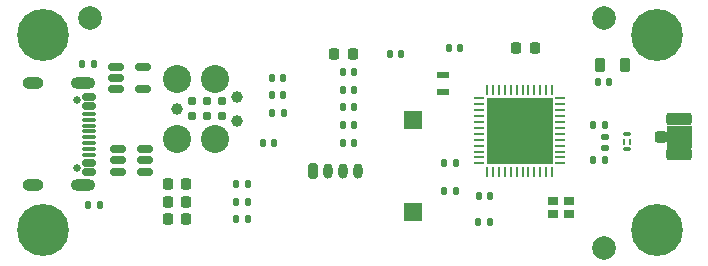
<source format=gbr>
%TF.GenerationSoftware,KiCad,Pcbnew,7.0.10*%
%TF.CreationDate,2024-02-24T19:37:41+01:00*%
%TF.ProjectId,STM32,53544d33-322e-46b6-9963-61645f706362,Rev01*%
%TF.SameCoordinates,Original*%
%TF.FileFunction,Soldermask,Top*%
%TF.FilePolarity,Negative*%
%FSLAX46Y46*%
G04 Gerber Fmt 4.6, Leading zero omitted, Abs format (unit mm)*
G04 Created by KiCad (PCBNEW 7.0.10) date 2024-02-24 19:37:41*
%MOMM*%
%LPD*%
G01*
G04 APERTURE LIST*
G04 Aperture macros list*
%AMRoundRect*
0 Rectangle with rounded corners*
0 $1 Rounding radius*
0 $2 $3 $4 $5 $6 $7 $8 $9 X,Y pos of 4 corners*
0 Add a 4 corners polygon primitive as box body*
4,1,4,$2,$3,$4,$5,$6,$7,$8,$9,$2,$3,0*
0 Add four circle primitives for the rounded corners*
1,1,$1+$1,$2,$3*
1,1,$1+$1,$4,$5*
1,1,$1+$1,$6,$7*
1,1,$1+$1,$8,$9*
0 Add four rect primitives between the rounded corners*
20,1,$1+$1,$2,$3,$4,$5,0*
20,1,$1+$1,$4,$5,$6,$7,0*
20,1,$1+$1,$6,$7,$8,$9,0*
20,1,$1+$1,$8,$9,$2,$3,0*%
G04 Aperture macros list end*
%ADD10C,2.000000*%
%ADD11C,4.400000*%
%ADD12R,0.900000X0.800000*%
%ADD13RoundRect,0.140000X-0.140000X-0.170000X0.140000X-0.170000X0.140000X0.170000X-0.140000X0.170000X0*%
%ADD14RoundRect,0.135000X0.135000X0.185000X-0.135000X0.185000X-0.135000X-0.185000X0.135000X-0.185000X0*%
%ADD15RoundRect,0.150000X-0.512500X-0.150000X0.512500X-0.150000X0.512500X0.150000X-0.512500X0.150000X0*%
%ADD16RoundRect,0.135000X-0.135000X-0.185000X0.135000X-0.185000X0.135000X0.185000X-0.135000X0.185000X0*%
%ADD17RoundRect,0.140000X0.140000X0.170000X-0.140000X0.170000X-0.140000X-0.170000X0.140000X-0.170000X0*%
%ADD18O,1.800000X1.000000*%
%ADD19O,2.100000X1.000000*%
%ADD20RoundRect,0.150000X-0.425000X0.150000X-0.425000X-0.150000X0.425000X-0.150000X0.425000X0.150000X0*%
%ADD21RoundRect,0.075000X-0.500000X0.075000X-0.500000X-0.075000X0.500000X-0.075000X0.500000X0.075000X0*%
%ADD22C,0.650000*%
%ADD23RoundRect,0.218750X0.218750X0.381250X-0.218750X0.381250X-0.218750X-0.381250X0.218750X-0.381250X0*%
%ADD24RoundRect,0.225000X-0.225000X-0.250000X0.225000X-0.250000X0.225000X0.250000X-0.225000X0.250000X0*%
%ADD25R,1.500000X1.500000*%
%ADD26RoundRect,0.147500X-0.147500X-0.172500X0.147500X-0.172500X0.147500X0.172500X-0.147500X0.172500X0*%
%ADD27RoundRect,0.225000X0.225000X0.250000X-0.225000X0.250000X-0.225000X-0.250000X0.225000X-0.250000X0*%
%ADD28R,1.100000X0.600000*%
%ADD29RoundRect,0.147500X-0.172500X0.147500X-0.172500X-0.147500X0.172500X-0.147500X0.172500X0.147500X0*%
%ADD30RoundRect,0.250000X-0.275000X-0.250000X0.275000X-0.250000X0.275000X0.250000X-0.275000X0.250000X0*%
%ADD31RoundRect,0.250000X-0.850000X-0.275000X0.850000X-0.275000X0.850000X0.275000X-0.850000X0.275000X0*%
%ADD32R,5.600000X5.600000*%
%ADD33RoundRect,0.062500X-0.062500X-0.375000X0.062500X-0.375000X0.062500X0.375000X-0.062500X0.375000X0*%
%ADD34RoundRect,0.062500X-0.375000X-0.062500X0.375000X-0.062500X0.375000X0.062500X-0.375000X0.062500X0*%
%ADD35RoundRect,0.061250X-0.061250X0.163750X-0.061250X-0.163750X0.061250X-0.163750X0.061250X0.163750X0*%
%ADD36RoundRect,0.068750X-0.281250X0.068750X-0.281250X-0.068750X0.281250X-0.068750X0.281250X0.068750X0*%
%ADD37RoundRect,0.060000X-0.060000X0.165000X-0.060000X-0.165000X0.060000X-0.165000X0.060000X0.165000X0*%
%ADD38C,0.787400*%
%ADD39C,0.990600*%
%ADD40C,2.374900*%
%ADD41RoundRect,0.200000X-0.200000X-0.450000X0.200000X-0.450000X0.200000X0.450000X-0.200000X0.450000X0*%
%ADD42O,0.800000X1.300000*%
G04 APERTURE END LIST*
%TO.C,J2*%
G36*
X175345000Y-58160000D02*
G01*
X177435000Y-58160000D01*
X177435000Y-60040000D01*
X175345000Y-60040000D01*
X175345000Y-58160000D01*
G37*
%TD*%
D10*
%TO.C,FID1*%
X126500000Y-49000000D03*
%TD*%
%TO.C,FID2*%
X170000000Y-49000000D03*
%TD*%
%TO.C,FID3*%
X170000000Y-68500000D03*
%TD*%
D11*
%TO.C,H4*%
X122500000Y-50500000D03*
%TD*%
%TO.C,H3*%
X122500000Y-67000000D03*
%TD*%
%TO.C,H2*%
X174500000Y-67000000D03*
%TD*%
%TO.C,H1*%
X174500000Y-50500000D03*
%TD*%
D12*
%TO.C,X1*%
X165660000Y-64550000D03*
X167060000Y-64550000D03*
X167060000Y-65650000D03*
X165660000Y-65650000D03*
%TD*%
D13*
%TO.C,C17*%
X157840000Y-51600000D03*
X156880000Y-51600000D03*
%TD*%
D14*
%TO.C,R3*%
X159375000Y-66300000D03*
X160395000Y-66300000D03*
%TD*%
D15*
%TO.C,U2*%
X131167107Y-60150000D03*
X131167107Y-61100000D03*
X131167107Y-62050000D03*
X128892107Y-62050000D03*
X128892107Y-61100000D03*
X128892107Y-60150000D03*
%TD*%
D13*
%TO.C,C1*%
X148860000Y-53600000D03*
X147900000Y-53600000D03*
%TD*%
D16*
%TO.C,R2*%
X157470000Y-61300000D03*
X156450000Y-61300000D03*
%TD*%
D17*
%TO.C,C15*%
X169107500Y-58100000D03*
X170067500Y-58100000D03*
%TD*%
D16*
%TO.C,R7*%
X139880000Y-64600000D03*
X138860000Y-64600000D03*
%TD*%
D18*
%TO.C,J3*%
X121692107Y-63212893D03*
D19*
X125872107Y-63212893D03*
D18*
X121692107Y-54572893D03*
D19*
X125872107Y-54572893D03*
D20*
X126447107Y-55692893D03*
X126447107Y-56492893D03*
D21*
X126447107Y-57142893D03*
X126447107Y-58142893D03*
X126447107Y-59642893D03*
X126447107Y-60642893D03*
D20*
X126447107Y-61292893D03*
X126447107Y-62092893D03*
X126447107Y-62092893D03*
X126447107Y-61292893D03*
D21*
X126447107Y-60142893D03*
X126447107Y-59142893D03*
X126447107Y-58642893D03*
X126447107Y-57642893D03*
D20*
X126447107Y-56492893D03*
X126447107Y-55692893D03*
D22*
X125372107Y-61782893D03*
X125372107Y-56002893D03*
%TD*%
D13*
%TO.C,C2*%
X148840000Y-55100000D03*
X147880000Y-55100000D03*
%TD*%
D17*
%TO.C,C16*%
X169107500Y-61100000D03*
X170067500Y-61100000D03*
%TD*%
D23*
%TO.C,L2*%
X169674607Y-52992893D03*
X171799607Y-52992893D03*
%TD*%
D24*
%TO.C,C7*%
X148735000Y-52092893D03*
X147185000Y-52092893D03*
%TD*%
D25*
%TO.C,SW1*%
X153860000Y-57700000D03*
X153860000Y-65500000D03*
%TD*%
D13*
%TO.C,C4*%
X148880000Y-58100000D03*
X147920000Y-58100000D03*
%TD*%
D26*
%TO.C,D1*%
X160370000Y-64100000D03*
X159400000Y-64100000D03*
%TD*%
D24*
%TO.C,C9*%
X134635000Y-63100000D03*
X133085000Y-63100000D03*
%TD*%
D27*
%TO.C,C14*%
X162585000Y-51600000D03*
X164135000Y-51600000D03*
%TD*%
D16*
%TO.C,R1*%
X157470000Y-63700000D03*
X156450000Y-63700000D03*
%TD*%
D17*
%TO.C,C6*%
X141907107Y-54092893D03*
X142867107Y-54092893D03*
%TD*%
D16*
%TO.C,R4*%
X126350000Y-64900000D03*
X127370000Y-64900000D03*
%TD*%
D28*
%TO.C,X2*%
X156360000Y-53900000D03*
X156360000Y-55300000D03*
%TD*%
D13*
%TO.C,C5*%
X148860000Y-59600000D03*
X147900000Y-59600000D03*
%TD*%
D17*
%TO.C,C8*%
X141907107Y-55592893D03*
X142867107Y-55592893D03*
%TD*%
D29*
%TO.C,L3*%
X170087500Y-60085000D03*
X170087500Y-59115000D03*
%TD*%
D17*
%TO.C,C18*%
X151880000Y-52085786D03*
X152840000Y-52085786D03*
%TD*%
D30*
%TO.C,J2*%
X174810000Y-59100000D03*
D31*
X176335000Y-57625000D03*
X176335000Y-60575000D03*
%TD*%
D15*
%TO.C,U1*%
X130997500Y-53150000D03*
X130997500Y-55050000D03*
X128722500Y-55050000D03*
X128722500Y-54100000D03*
X128722500Y-53150000D03*
%TD*%
D32*
%TO.C,U3*%
X162860000Y-58600000D03*
D33*
X160110000Y-55162500D03*
X160610000Y-55162500D03*
X161110000Y-55162500D03*
X161610000Y-55162500D03*
X162110000Y-55162500D03*
X162610000Y-55162500D03*
X163110000Y-55162500D03*
X163610000Y-55162500D03*
X164110000Y-55162500D03*
X164610000Y-55162500D03*
X165110000Y-55162500D03*
X165610000Y-55162500D03*
D34*
X166297500Y-55850000D03*
X166297500Y-56350000D03*
X166297500Y-56850000D03*
X166297500Y-57350000D03*
X166297500Y-57850000D03*
X166297500Y-58350000D03*
X166297500Y-58850000D03*
X166297500Y-59350000D03*
X166297500Y-59850000D03*
X166297500Y-60350000D03*
X166297500Y-60850000D03*
X166297500Y-61350000D03*
D33*
X165610000Y-62037500D03*
X165110000Y-62037500D03*
X164610000Y-62037500D03*
X164110000Y-62037500D03*
X163610000Y-62037500D03*
X163110000Y-62037500D03*
X162610000Y-62037500D03*
X162110000Y-62037500D03*
X161610000Y-62037500D03*
X161110000Y-62037500D03*
X160610000Y-62037500D03*
X160110000Y-62037500D03*
D34*
X159422500Y-61350000D03*
X159422500Y-60850000D03*
X159422500Y-60350000D03*
X159422500Y-59850000D03*
X159422500Y-59350000D03*
X159422500Y-58850000D03*
X159422500Y-58350000D03*
X159422500Y-57850000D03*
X159422500Y-57350000D03*
X159422500Y-56850000D03*
X159422500Y-56350000D03*
X159422500Y-55850000D03*
%TD*%
D17*
%TO.C,C12*%
X141927107Y-57092893D03*
X142887107Y-57092893D03*
%TD*%
D13*
%TO.C,C13*%
X141147107Y-59612893D03*
X142107107Y-59612893D03*
%TD*%
D24*
%TO.C,C10*%
X134635000Y-66100000D03*
X133085000Y-66100000D03*
%TD*%
D26*
%TO.C,L1*%
X170447107Y-54442893D03*
X169477107Y-54442893D03*
%TD*%
D14*
%TO.C,R6*%
X138850000Y-63100000D03*
X139870000Y-63100000D03*
%TD*%
D17*
%TO.C,C19*%
X138890000Y-66100000D03*
X139850000Y-66100000D03*
%TD*%
D35*
%TO.C,FLT1*%
X171732500Y-59500000D03*
D36*
X171960000Y-60112500D03*
D37*
X172187500Y-59500000D03*
D36*
X171960000Y-58887500D03*
%TD*%
D38*
%TO.C,J4*%
X137670000Y-56100000D03*
X137670000Y-57370000D03*
X136400000Y-56100000D03*
X136400000Y-57370000D03*
X135130000Y-56100000D03*
X135130000Y-57370000D03*
D39*
X138940000Y-57751000D03*
X138940000Y-55719000D03*
D40*
X137035000Y-59275000D03*
X137035000Y-54195000D03*
X133860000Y-59275000D03*
D39*
X133860000Y-56735000D03*
D40*
X133860000Y-54195000D03*
%TD*%
D24*
%TO.C,C11*%
X134635000Y-64600000D03*
X133085000Y-64600000D03*
%TD*%
D41*
%TO.C,J1*%
X145392107Y-61992893D03*
D42*
X146642107Y-61992893D03*
X147892107Y-61992893D03*
X149142107Y-61992893D03*
%TD*%
D16*
%TO.C,R5*%
X125850000Y-52900000D03*
X126870000Y-52900000D03*
%TD*%
D13*
%TO.C,C3*%
X148880000Y-56600000D03*
X147920000Y-56600000D03*
%TD*%
M02*

</source>
